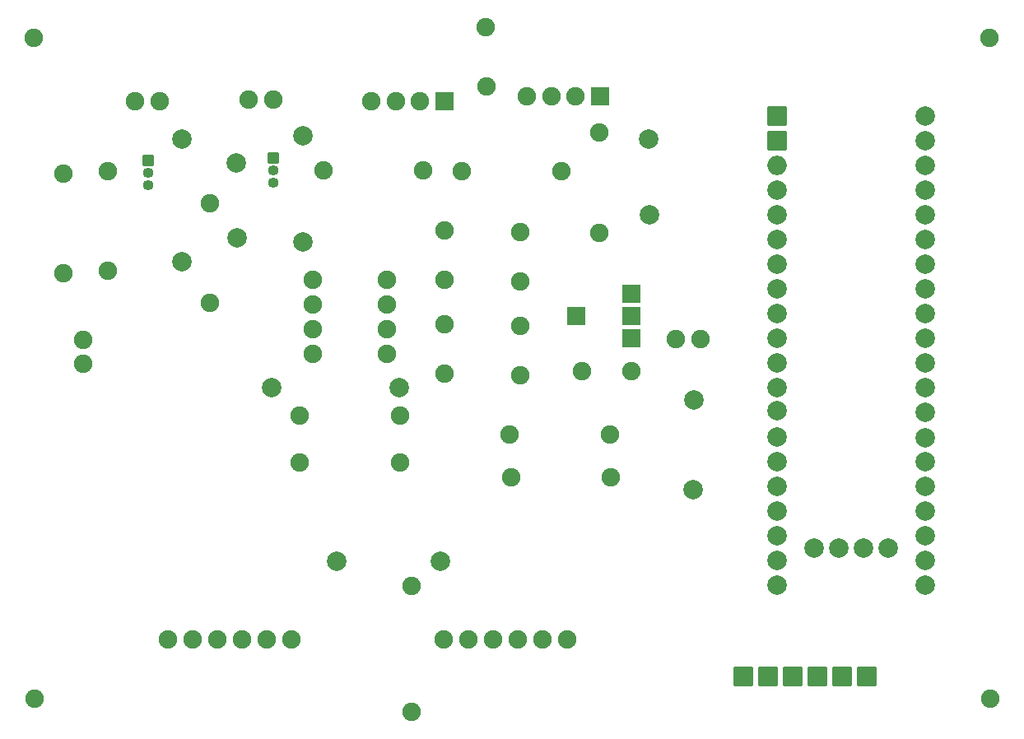
<source format=gbs>
G04 Layer: BottomSolderMaskLayer*
G04 EasyEDA v6.5.46, 2024-09-03 21:34:31*
G04 a3a5ef0e5d234bae984b2533349a5239,230d3d8e61244ae18bc76ebd04fb3888,10*
G04 Gerber Generator version 0.2*
G04 Scale: 100 percent, Rotated: No, Reflected: No *
G04 Dimensions in millimeters *
G04 leading zeros omitted , absolute positions ,4 integer and 5 decimal *
%FSLAX45Y45*%
%MOMM*%

%AMMACRO1*4,1,8,-0.921,-0.9507,-0.9507,-0.9207,-0.9507,0.921,-0.921,0.9507,0.9207,0.9507,0.9507,0.921,0.9507,-0.9207,0.9207,-0.9507,-0.921,-0.9507,0*%
%AMMACRO2*4,1,8,-0.9421,-1.0015,-1.0015,-0.9418,-1.0015,0.9421,-0.9421,1.0015,0.9418,1.0015,1.0015,0.9421,1.0015,-0.9418,0.9418,-1.0015,-0.9421,-1.0015,0*%
%AMMACRO3*4,1,8,-0.9207,-0.95,-0.95,-0.9205,-0.95,0.9207,-0.9207,0.95,0.9205,0.95,0.95,0.9207,0.95,-0.9205,0.9205,-0.95,-0.9207,-0.95,0*%
%AMMACRO4*4,1,8,-0.5211,-0.5508,-0.5508,-0.5208,-0.5508,0.5211,-0.5211,0.5508,0.5208,0.5508,0.5508,0.5211,0.5508,-0.5208,0.5208,-0.5508,-0.5211,-0.5508,0*%
%ADD10MACRO1*%
%ADD11C,1.9000*%
%ADD12MACRO2*%
%ADD13C,1.9000*%
%ADD14MACRO3*%
%ADD15O,1.1015979999999999X1.1015979999999999*%
%ADD16MACRO4*%
%ADD17C,1.9016*%
%ADD18O,1.9020028X1.9020028*%
%ADD19O,1.9015964X1.9015964*%
%ADD20C,2.0032*%
%ADD21O,2.0031963999999998X2.0031963999999998*%

%LPD*%
D10*
G01*
X7306589Y5792596D03*
G01*
X7306589Y5562600D03*
G01*
X7306589Y5332603D03*
G01*
X6739610Y5562600D03*
D11*
G01*
X5384800Y5930900D03*
G01*
X5384800Y6438900D03*
G01*
X6159500Y5918200D03*
G01*
X6159500Y6426200D03*
G01*
X6794500Y4991100D03*
G01*
X7302500Y4991100D03*
D12*
G01*
X8712200Y1854200D03*
G01*
X8966200Y1854200D03*
G01*
X9220200Y1854200D03*
G01*
X9474200Y1854200D03*
G01*
X9728200Y1854200D03*
G01*
X8458200Y1854200D03*
D11*
G01*
X6159500Y4953000D03*
G01*
X6159500Y5461000D03*
G01*
X5384800Y4965700D03*
G01*
X5384800Y5473700D03*
D13*
G01*
X3367531Y7785100D03*
G01*
X3617518Y7785100D03*
G01*
X2199106Y7772400D03*
G01*
X2449093Y7772400D03*
D11*
G01*
X6729018Y7823200D03*
D14*
G01*
X6979005Y7823200D03*
D11*
G01*
X6479006Y7823200D03*
G01*
X6229019Y7823200D03*
G01*
X5128793Y7772400D03*
D14*
G01*
X5378805Y7772400D03*
D11*
G01*
X4878781Y7772400D03*
G01*
X4628794Y7772400D03*
D15*
G01*
X3619500Y6934200D03*
G01*
X3619500Y7061200D03*
D16*
G01*
X3619512Y7188187D03*
D15*
G01*
X2336800Y6908800D03*
G01*
X2336800Y7035800D03*
D16*
G01*
X2336812Y7162787D03*
D17*
G01*
X2971800Y5695289D03*
G01*
X2971800Y6725310D03*
G01*
X4921910Y4051300D03*
G01*
X3891889Y4051300D03*
G01*
X1917700Y6025489D03*
G01*
X1917700Y7055510D03*
G01*
X3891889Y4533900D03*
G01*
X4921910Y4533900D03*
G01*
X5163210Y7061200D03*
G01*
X4133189Y7061200D03*
G01*
X1460500Y6000089D03*
G01*
X1460500Y7030110D03*
G01*
X6050889Y4343400D03*
G01*
X7080910Y4343400D03*
G01*
X7093610Y3898900D03*
G01*
X6063589Y3898900D03*
G01*
X5555589Y7048500D03*
G01*
X6585610Y7048500D03*
D18*
G01*
X4787900Y5932043D03*
G01*
X4787900Y5678043D03*
G01*
X4787900Y5424043D03*
G01*
X4787900Y5170043D03*
G01*
X4025900Y5170043D03*
G01*
X4025900Y5424043D03*
G01*
X4025900Y5678043D03*
G01*
X4025900Y5932043D03*
D19*
G01*
X2540000Y2235200D03*
G01*
X2794000Y2235200D03*
G01*
X3048000Y2235200D03*
G01*
X3302000Y2235200D03*
G01*
X3556000Y2235200D03*
G01*
X3810000Y2235200D03*
G01*
X5372100Y2235200D03*
G01*
X5626100Y2235200D03*
G01*
X5880100Y2235200D03*
G01*
X6134100Y2235200D03*
G01*
X6388100Y2235200D03*
G01*
X6642100Y2235200D03*
D17*
G01*
X6972300Y7449210D03*
G01*
X6972300Y6419189D03*
D12*
G01*
X8801100Y7366000D03*
D20*
G01*
X9944100Y3175000D03*
G01*
X9690100Y3175000D03*
G01*
X9436100Y3175000D03*
G01*
X9182100Y3175000D03*
D12*
G01*
X8801100Y7620000D03*
D21*
G01*
X8801100Y7112000D03*
D20*
G01*
X8801100Y6858000D03*
G01*
X8801100Y6604000D03*
G01*
X8801100Y6350000D03*
G01*
X8801100Y6096000D03*
G01*
X8801100Y5842000D03*
G01*
X8801100Y5588000D03*
G01*
X8801100Y5334000D03*
G01*
X8801100Y5080000D03*
G01*
X8801100Y4826000D03*
G01*
X8801100Y4584700D03*
G01*
X8801100Y4318000D03*
G01*
X8801100Y4064000D03*
G01*
X8801100Y3810000D03*
G01*
X8801100Y3556000D03*
G01*
X8801100Y3302000D03*
G01*
X8801100Y3048000D03*
G01*
X8801100Y2794000D03*
G01*
X10325100Y7620000D03*
G01*
X10325100Y7366000D03*
G01*
X10325100Y7112000D03*
G01*
X10325100Y6858000D03*
G01*
X10325100Y6604000D03*
G01*
X10325100Y6350000D03*
G01*
X10325100Y6096000D03*
G01*
X10325100Y5842000D03*
G01*
X10325100Y5588000D03*
G01*
X10325100Y5334000D03*
G01*
X10325100Y5080000D03*
G01*
X10325100Y4826000D03*
G01*
X10325100Y4572000D03*
G01*
X10325100Y4305300D03*
G01*
X10325100Y4064000D03*
G01*
X10325100Y3810000D03*
G01*
X10325100Y3556000D03*
G01*
X10325100Y3302000D03*
G01*
X10325100Y3048000D03*
G01*
X10325100Y2794000D03*
D13*
G01*
X1663700Y5069306D03*
G01*
X1663700Y5319293D03*
D20*
G01*
X3606800Y4826000D03*
G01*
X4914900Y4826000D03*
G01*
X3238500Y7137400D03*
G01*
X3251200Y6362700D03*
G01*
X3924300Y7416800D03*
G01*
X3924300Y6324600D03*
G01*
X2679700Y7378700D03*
G01*
X2679700Y6121400D03*
G01*
X7480300Y7378700D03*
G01*
X7493000Y6604000D03*
G01*
X7950200Y4699000D03*
G01*
X7937500Y3771900D03*
G01*
X5339079Y3035300D03*
G01*
X4276039Y3035300D03*
D17*
G01*
X5807709Y8534400D03*
G01*
X5816600Y7924800D03*
G01*
X5041900Y2781300D03*
G01*
X5039385Y1485900D03*
G01*
X7759700Y5321300D03*
G01*
X8013700Y5321300D03*
G01*
X10985500Y8420100D03*
G01*
X1155700Y8420100D03*
G01*
X1168400Y1625600D03*
G01*
X10998200Y1625600D03*
M02*

</source>
